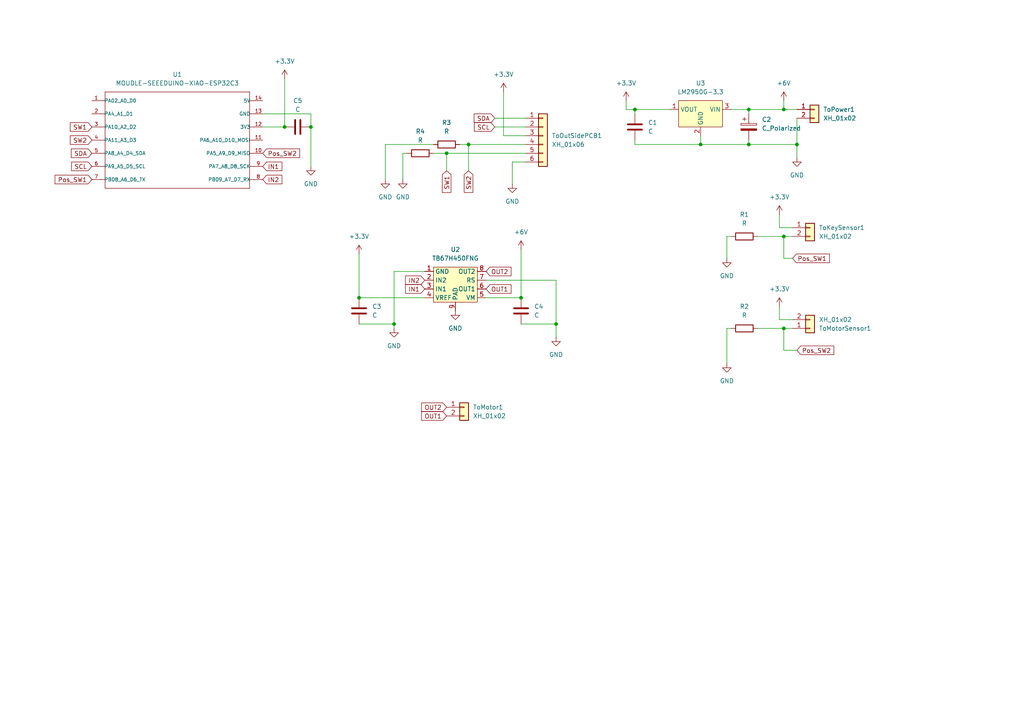
<source format=kicad_sch>
(kicad_sch (version 20230121) (generator eeschema)
  (paper "A4")
  (lib_symbols
    (symbol "+3.3V_1" (power) (pin_numbers hide) (pin_names (offset 0) hide)
      (property "Value" "+3.3V_1" (at 0 3.556 0))
      (symbol "+3.3V_1_0_1"
        (polyline (pts (xy -0.762 1.27) (xy 0 2.54)))
        (polyline (pts (xy 0 0) (xy 0 2.54)))
        (polyline (pts (xy 0 2.54) (xy 0.762 1.27)))
      )
      (symbol "+3.3V_1_1_1"
        (pin power_in line (at 0 0 90) (length 0) hide (name "+3.3V") (number "1"))
      )
    )
    (symbol "Connector_Generic:Conn_01x02" (pin_names (offset 1.016) hide)
      (property "Reference" "J" (at 0 2.54 0))
      (property "Value" "Conn_01x02" (at 0 -5.08 0))
      (symbol "Conn_01x02_1_1"
        (rectangle (start -1.27 -2.413) (end 0 -2.667) (stroke (width 0.1524)))
        (rectangle (start -1.27 0.127) (end 0 -0.127) (stroke (width 0.1524)))
        (rectangle (start -1.27 1.27) (end 1.27 -3.81) (stroke (width 0.254)) (fill (type background)))
        (pin passive line (at -5.08 0 0) (length 3.81) (name "Pin_1") (number "1"))
        (pin passive line (at -5.08 -2.54 0) (length 3.81) (name "Pin_2") (number "2"))
      )
    )
    (symbol "Connector_Generic:Conn_01x06" (pin_names (offset 1.016) hide)
      (property "Reference" "J" (at 0 7.62 0))
      (property "Value" "Conn_01x06" (at 0 -10.16 0))
      (symbol "Conn_01x06_1_1"
        (rectangle (start -1.27 -7.493) (end 0 -7.747) (stroke (width 0.1524)))
        (rectangle (start -1.27 -4.953) (end 0 -5.207) (stroke (width 0.1524)))
        (rectangle (start -1.27 -2.413) (end 0 -2.667) (stroke (width 0.1524)))
        (rectangle (start -1.27 0.127) (end 0 -0.127) (stroke (width 0.1524)))
        (rectangle (start -1.27 2.667) (end 0 2.413) (stroke (width 0.1524)))
        (rectangle (start -1.27 5.207) (end 0 4.953) (stroke (width 0.1524)))
        (rectangle (start -1.27 6.35) (end 1.27 -8.89) (stroke (width 0.254)) (fill (type background)))
        (pin passive line (at -5.08 5.08 0) (length 3.81) (name "Pin_1") (number "1"))
        (pin passive line (at -5.08 2.54 0) (length 3.81) (name "Pin_2") (number "2"))
        (pin passive line (at -5.08 0 0) (length 3.81) (name "Pin_3") (number "3"))
        (pin passive line (at -5.08 -2.54 0) (length 3.81) (name "Pin_4") (number "4"))
        (pin passive line (at -5.08 -5.08 0) (length 3.81) (name "Pin_5") (number "5"))
        (pin passive line (at -5.08 -7.62 0) (length 3.81) (name "Pin_6") (number "6"))
      )
    )
    (symbol "Device:C" (pin_numbers hide) (pin_names (offset 0.254))
      (property "Reference" "C" (at 0.635 2.54 0))
      (property "Value" "C" (at 0.635 -2.54 0))
      (symbol "C_0_1"
        (polyline (pts (xy -2.032 -0.762) (xy 2.032 -0.762)) (stroke (width 0.508)))
        (polyline (pts (xy -2.032 0.762) (xy 2.032 0.762)) (stroke (width 0.508)))
      )
      (symbol "C_1_1"
        (pin passive line (at 0 3.81 270) (length 2.794) (name "~") (number "1"))
        (pin passive line (at 0 -3.81 90) (length 2.794) (name "~") (number "2"))
      )
    )
    (symbol "Device:C_Polarized" (pin_numbers hide) (pin_names (offset 0.254))
      (property "Reference" "C" (at 0.635 2.54 0))
      (property "Value" "C_Polarized" (at 0.635 -2.54 0))
      (symbol "C_Polarized_0_1"
        (rectangle (start -2.286 0.508) (end 2.286 1.016))
        (polyline (pts (xy -1.778 2.286) (xy -0.762 2.286)))
        (polyline (pts (xy -1.27 2.794) (xy -1.27 1.778)))
        (rectangle (start 2.286 -0.508) (end -2.286 -1.016) (fill (type outline)))
      )
      (symbol "C_Polarized_1_1"
        (pin passive line (at 0 3.81 270) (length 2.794) (name "~") (number "1"))
        (pin passive line (at 0 -3.81 90) (length 2.794) (name "~") (number "2"))
      )
    )
    (symbol "Device:R" (pin_numbers hide) (pin_names (offset 0))
      (property "Reference" "R" (at 2.032 0 90))
      (property "Value" "R" (at 0 0 90))
      (symbol "R_0_1"
        (rectangle (start -1.016 -2.54) (end 1.016 2.54) (stroke (width 0.254)))
      )
      (symbol "R_1_1"
        (pin passive line (at 0 3.81 270) (length 1.27) (name "~") (number "1"))
        (pin passive line (at 0 -3.81 90) (length 1.27) (name "~") (number "2"))
      )
    )
    (symbol "GND_1" (power) (pin_numbers hide) (pin_names (offset 0) hide)
      (property "Value" "GND_1" (at 0 -3.81 0))
      (symbol "GND_1_0_1"
        (polyline (pts (xy 0 0) (xy 0 -1.27) (xy 1.27 -1.27) (xy 0 -2.54) (xy -1.27 -1.27) (xy 0 -1.27)))
      )
      (symbol "GND_1_1_1"
        (pin power_in line (at 0 0 270) (length 0) hide (name "GND") (number "1"))
      )
    )
    (symbol "GND_2" (power) (pin_numbers hide) (pin_names (offset 0) hide)
      (property "Value" "GND_2" (at 0 -3.81 0))
      (symbol "GND_2_0_1"
        (polyline (pts (xy 0 0) (xy 0 -1.27) (xy 1.27 -1.27) (xy 0 -2.54) (xy -1.27 -1.27) (xy 0 -1.27)))
      )
      (symbol "GND_2_1_1"
        (pin power_in line (at 0 0 270) (length 0) hide (name "GND") (number "1"))
      )
    )
    (symbol "MOUDLE-SEEEDUINO-XIAO-ESP32C3:MOUDLE-SEEEDUINO-XIAO-ESP32C3" (pin_names (offset 1.016))
      (property "Reference" "U" (at -21.59 15.24 0))
      (property "Value" "MOUDLE-SEEEDUINO-XIAO-ESP32C3" (at -21.59 13.97 0))
      (symbol "MOUDLE-SEEEDUINO-XIAO-ESP32C3_0_0"
        (polyline (pts (xy -21.59 -13.97) (xy -21.59 0)) (stroke (width 0.1524)))
        (polyline (pts (xy -21.59 -11.43) (xy -22.86 -11.43)) (stroke (width 0.1524)))
        (polyline (pts (xy -21.59 -7.62) (xy -22.86 -7.62)) (stroke (width 0.1524)))
        (polyline (pts (xy -21.59 -3.81) (xy -22.86 -3.81)) (stroke (width 0.1524)))
        (polyline (pts (xy -21.59 0) (xy -22.86 0)) (stroke (width 0.1524)))
        (polyline (pts (xy -21.59 0) (xy -21.59 3.81)) (stroke (width 0.1524)))
        (polyline (pts (xy -21.59 3.81) (xy -22.86 3.81)) (stroke (width 0.1524)))
        (polyline (pts (xy -21.59 3.81) (xy -21.59 7.62)) (stroke (width 0.1524)))
        (polyline (pts (xy -21.59 7.62) (xy -22.86 7.62)) (stroke (width 0.1524)))
        (polyline (pts (xy -21.59 7.62) (xy -21.59 11.43)) (stroke (width 0.1524)))
        (polyline (pts (xy -21.59 11.43) (xy -22.86 11.43)) (stroke (width 0.1524)))
        (polyline (pts (xy -21.59 11.43) (xy -21.59 13.97)) (stroke (width 0.1524)))
        (polyline (pts (xy -21.59 13.97) (xy 20.32 13.97)) (stroke (width 0.1524)))
        (polyline (pts (xy 20.32 -13.97) (xy -21.59 -13.97)) (stroke (width 0.1524)))
        (polyline (pts (xy 20.32 3.81) (xy 20.32 -13.97)) (stroke (width 0.1524)))
        (polyline (pts (xy 20.32 7.62) (xy 20.32 3.81)) (stroke (width 0.1524)))
        (polyline (pts (xy 20.32 11.43) (xy 20.32 7.62)) (stroke (width 0.1524)))
        (polyline (pts (xy 20.32 13.97) (xy 20.32 11.43)) (stroke (width 0.1524)))
        (polyline (pts (xy 21.59 -11.43) (xy 20.32 -11.43)) (stroke (width 0.1524)))
        (polyline (pts (xy 21.59 -7.62) (xy 20.32 -7.62)) (stroke (width 0.1524)))
        (polyline (pts (xy 21.59 -3.81) (xy 20.32 -3.81)) (stroke (width 0.1524)))
        (polyline (pts (xy 21.59 0) (xy 20.32 0)) (stroke (width 0.1524)))
        (polyline (pts (xy 21.59 3.81) (xy 20.32 3.81)) (stroke (width 0.1524)))
        (polyline (pts (xy 21.59 7.62) (xy 20.32 7.62)) (stroke (width 0.1524)))
        (polyline (pts (xy 21.59 11.43) (xy 20.32 11.43)) (stroke (width 0.1524)))
        (pin bidirectional line (at -25.4 11.43 0) (length 2.54) (name "PA02_A0_D0") (number "1"))
        (pin bidirectional line (at 24.13 -3.81 180) (length 2.54) (name "PA5_A9_D9_MISO") (number "10"))
        (pin bidirectional line (at 24.13 0 180) (length 2.54) (name "PA6_A10_D10_MOSI") (number "11"))
        (pin bidirectional line (at 24.13 3.81 180) (length 2.54) (name "3V3") (number "12"))
        (pin bidirectional line (at 24.13 7.62 180) (length 2.54) (name "GND") (number "13"))
        (pin bidirectional line (at 24.13 11.43 180) (length 2.54) (name "5V") (number "14"))
        (pin bidirectional line (at -25.4 7.62 0) (length 2.54) (name "PA4_A1_D1") (number "2"))
        (pin bidirectional line (at -25.4 3.81 0) (length 2.54) (name "PA10_A2_D2") (number "3"))
        (pin bidirectional line (at -25.4 0 0) (length 2.54) (name "PA11_A3_D3") (number "4"))
        (pin bidirectional line (at -25.4 -3.81 0) (length 2.54) (name "PA8_A4_D4_SDA") (number "5"))
        (pin bidirectional line (at -25.4 -7.62 0) (length 2.54) (name "PA9_A5_D5_SCL") (number "6"))
        (pin bidirectional line (at -25.4 -11.43 0) (length 2.54) (name "PB08_A6_D6_TX") (number "7"))
        (pin bidirectional line (at 24.13 -11.43 180) (length 2.54) (name "PB09_A7_D7_RX") (number "8"))
        (pin bidirectional line (at 24.13 -7.62 180) (length 2.54) (name "PA7_A8_D8_SCK") (number "9"))
      )
    )
    (symbol "my_lib:LM2950G-3.3"
      (property "Reference" "U" (at -3.81 3.81 0))
      (property "Value" "LM2950G-3.3" (at 7.62 3.81 0))
      (symbol "LM2950G-3.3_1_1"
        (rectangle (start -6.35 2.54) (end 6.35 -5.08) (fill (type background)))
        (pin input line (at -8.89 0 0) (length 2.54) (name "VOUT") (number "1"))
        (pin input line (at 0 -7.62 90) (length 2.54) (name "GND") (number "2"))
        (pin input line (at 8.89 0 180) (length 2.54) (name "VIN") (number "3"))
      )
    )
    (symbol "my_lib:TB67H450FNG"
      (property "Reference" "U" (at 0 3.81 0))
      (property "Value" "TB67H450FNG" (at 0 6.35 0))
      (symbol "TB67H450FNG_1_1"
        (rectangle (start -6.35 2.54) (end 6.35 -7.62) (fill (type background)))
        (pin input line (at -8.89 1.27 0) (length 2.54) (name "GND") (number "1"))
        (pin input line (at -8.89 -1.27 0) (length 2.54) (name "IN2") (number "2"))
        (pin input line (at -8.89 -3.81 0) (length 2.54) (name "IN1") (number "3"))
        (pin input line (at -8.89 -6.35 0) (length 2.54) (name "VREF") (number "4"))
        (pin input line (at 8.89 -6.35 180) (length 2.54) (name "VM") (number "5"))
        (pin input line (at 8.89 -3.81 180) (length 2.54) (name "OUT1") (number "6"))
        (pin input line (at 8.89 -1.27 180) (length 2.54) (name "RS") (number "7"))
        (pin input line (at 8.89 1.27 180) (length 2.54) (name "OUT2") (number "8"))
        (pin input line (at 0 -10.16 90) (length 2.54) (name "PAD") (number "9"))
      )
    )
    (symbol "power:+3.3V" (power) (pin_names (offset 0))
      (property "Value" "+3.3V" (at 0 3.556 0))
      (symbol "+3.3V_0_1"
        (polyline (pts (xy -0.762 1.27) (xy 0 2.54)))
        (polyline (pts (xy 0 0) (xy 0 2.54)))
        (polyline (pts (xy 0 2.54) (xy 0.762 1.27)))
      )
      (symbol "+3.3V_1_1"
        (pin power_in line (at 0 0 90) (length 0) hide (name "+3.3V") (number "1"))
      )
    )
    (symbol "power:+6V" (power) (pin_names (offset 0))
      (property "Value" "+6V" (at 0 3.556 0))
      (symbol "+6V_0_1"
        (polyline (pts (xy -0.762 1.27) (xy 0 2.54)))
        (polyline (pts (xy 0 0) (xy 0 2.54)))
        (polyline (pts (xy 0 2.54) (xy 0.762 1.27)))
      )
      (symbol "+6V_1_1"
        (pin power_in line (at 0 0 90) (length 0) hide (name "+6V") (number "1"))
      )
    )
    (symbol "power:GND" (power) (pin_names (offset 0))
      (property "Value" "GND" (at 0 -3.81 0))
      (symbol "GND_0_1"
        (polyline (pts (xy 0 0) (xy 0 -1.27) (xy 1.27 -1.27) (xy 0 -2.54) (xy -1.27 -1.27) (xy 0 -1.27)))
      )
      (symbol "GND_1_1"
        (pin power_in line (at 0 0 270) (length 0) hide (name "GND") (number "1"))
      )
    )
  )
  (junction (at 90.17 36.83))
  (junction (at 104.14 86.36))
  (junction (at 217.17 31.75))
  (junction (at 82.55 36.83))
  (junction (at 227.33 68.58))
  (junction (at 184.15 31.75))
  (junction (at 231.14 41.91))
  (junction (at 151.13 86.36))
  (junction (at 129.54 44.45))
  (junction (at 203.2 41.91))
  (junction (at 227.33 95.25))
  (junction (at 161.29 93.98))
  (junction (at 227.33 31.75))
  (junction (at 114.3 93.98))
  (junction (at 217.17 41.91))
  (junction (at 135.89 41.91))
  (wire (pts (xy 116.84 44.45) (xy 116.84 52.07)))
  (wire (pts (xy 227.33 95.25) (xy 229.87 95.25)))
  (wire (pts (xy 140.97 81.28) (xy 161.29 81.28)))
  (wire (pts (xy 118.11 44.45) (xy 116.84 44.45)))
  (wire (pts (xy 148.59 53.34) (xy 148.59 46.99)))
  (wire (pts (xy 219.71 95.25) (xy 227.33 95.25)))
  (wire (pts (xy 227.33 74.93) (xy 227.33 68.58)))
  (wire (pts (xy 227.33 101.6) (xy 227.33 95.25)))
  (wire (pts (xy 181.61 29.21) (xy 181.61 31.75)))
  (wire (pts (xy 114.3 78.74) (xy 123.19 78.74)))
  (wire (pts (xy 129.54 44.45) (xy 152.4 44.45)))
  (wire (pts (xy 229.87 92.71) (xy 226.06 92.71)))
  (wire (pts (xy 227.33 31.75) (xy 231.14 31.75)))
  (wire (pts (xy 212.09 95.25) (xy 210.82 95.25)))
  (wire (pts (xy 161.29 93.98) (xy 161.29 97.79)))
  (wire (pts (xy 217.17 31.75) (xy 227.33 31.75)))
  (wire (pts (xy 133.35 41.91) (xy 135.89 41.91)))
  (wire (pts (xy 90.17 33.02) (xy 76.2 33.02)))
  (wire (pts (xy 111.76 41.91) (xy 111.76 52.07)))
  (wire (pts (xy 104.14 93.98) (xy 114.3 93.98)))
  (wire (pts (xy 125.73 41.91) (xy 111.76 41.91)))
  (wire (pts (xy 203.2 41.91) (xy 203.2 39.37)))
  (wire (pts (xy 104.14 86.36) (xy 123.19 86.36)))
  (wire (pts (xy 184.15 31.75) (xy 194.31 31.75)))
  (wire (pts (xy 231.14 45.72) (xy 231.14 41.91)))
  (wire (pts (xy 114.3 93.98) (xy 114.3 78.74)))
  (wire (pts (xy 229.87 66.04) (xy 226.06 66.04)))
  (wire (pts (xy 82.55 36.83) (xy 82.55 22.86)))
  (wire (pts (xy 90.17 36.83) (xy 90.17 33.02)))
  (wire (pts (xy 203.2 41.91) (xy 217.17 41.91)))
  (wire (pts (xy 146.05 26.67) (xy 146.05 39.37)))
  (wire (pts (xy 161.29 81.28) (xy 161.29 93.98)))
  (wire (pts (xy 151.13 86.36) (xy 140.97 86.36)))
  (wire (pts (xy 143.51 36.83) (xy 152.4 36.83)))
  (wire (pts (xy 104.14 73.66) (xy 104.14 86.36)))
  (wire (pts (xy 146.05 39.37) (xy 152.4 39.37)))
  (wire (pts (xy 135.89 41.91) (xy 135.89 49.53)))
  (wire (pts (xy 129.54 44.45) (xy 129.54 49.53)))
  (wire (pts (xy 181.61 31.75) (xy 184.15 31.75)))
  (wire (pts (xy 210.82 68.58) (xy 210.82 74.93)))
  (wire (pts (xy 226.06 92.71) (xy 226.06 88.9)))
  (wire (pts (xy 90.17 48.26) (xy 90.17 36.83)))
  (wire (pts (xy 143.51 34.29) (xy 152.4 34.29)))
  (wire (pts (xy 229.87 74.93) (xy 227.33 74.93)))
  (wire (pts (xy 212.09 31.75) (xy 217.17 31.75)))
  (wire (pts (xy 231.14 34.29) (xy 231.14 41.91)))
  (wire (pts (xy 217.17 33.02) (xy 217.17 31.75)))
  (wire (pts (xy 226.06 66.04) (xy 226.06 62.23)))
  (wire (pts (xy 76.2 36.83) (xy 82.55 36.83)))
  (wire (pts (xy 212.09 68.58) (xy 210.82 68.58)))
  (wire (pts (xy 184.15 41.91) (xy 184.15 40.64)))
  (wire (pts (xy 219.71 68.58) (xy 227.33 68.58)))
  (wire (pts (xy 231.14 101.6) (xy 227.33 101.6)))
  (wire (pts (xy 210.82 95.25) (xy 210.82 105.41)))
  (wire (pts (xy 125.73 44.45) (xy 129.54 44.45)))
  (wire (pts (xy 151.13 72.39) (xy 151.13 86.36)))
  (wire (pts (xy 227.33 68.58) (xy 229.87 68.58)))
  (wire (pts (xy 227.33 29.21) (xy 227.33 31.75)))
  (wire (pts (xy 151.13 93.98) (xy 161.29 93.98)))
  (wire (pts (xy 184.15 33.02) (xy 184.15 31.75)))
  (wire (pts (xy 148.59 46.99) (xy 152.4 46.99)))
  (wire (pts (xy 135.89 41.91) (xy 152.4 41.91)))
  (wire (pts (xy 184.15 41.91) (xy 203.2 41.91)))
  (wire (pts (xy 217.17 41.91) (xy 231.14 41.91)))
  (wire (pts (xy 114.3 95.25) (xy 114.3 93.98)))
  (wire (pts (xy 217.17 41.91) (xy 217.17 40.64)))
  (global_label "IN1" (shape input) (at 76.2 48.26 0) (property "Intersheetrefs" "${INTERSHEET_REFS}" (effects hide)))
  (global_label "IN1" (shape input) (at 123.19 83.82 180) (property "Intersheetrefs" "${INTERSHEET_REFS}" (effects hide)))
  (global_label "OUT2" (shape input) (at 140.97 78.74 0) (property "Intersheetrefs" "${INTERSHEET_REFS}" (effects hide)))
  (global_label "SW2" (shape input) (at 26.67 40.64 180) (property "Intersheetrefs" "${INTERSHEET_REFS}" (effects hide)))
  (global_label "Pos_SW1" (shape input) (at 26.67 52.07 180) (property "Intersheetrefs" "${INTERSHEET_REFS}" (effects hide)))
  (global_label "SCL" (shape input) (at 143.51 36.83 180) (property "Intersheetrefs" "${INTERSHEET_REFS}" (effects hide)))
  (global_label "OUT1" (shape input) (at 129.54 120.65 180) (property "Intersheetrefs" "${INTERSHEET_REFS}" (effects hide)))
  (global_label "SCL" (shape input) (at 26.67 48.26 180) (property "Intersheetrefs" "${INTERSHEET_REFS}" (effects hide)))
  (global_label "SW1" (shape input) (at 26.67 36.83 180) (property "Intersheetrefs" "${INTERSHEET_REFS}" (effects hide)))
  (global_label "OUT1" (shape input) (at 140.97 83.82 0) (property "Intersheetrefs" "${INTERSHEET_REFS}" (effects hide)))
  (global_label "SDA" (shape input) (at 143.51 34.29 180) (property "Intersheetrefs" "${INTERSHEET_REFS}" (effects hide)))
  (global_label "IN2" (shape input) (at 76.2 52.07 0) (property "Intersheetrefs" "${INTERSHEET_REFS}" (effects hide)))
  (global_label "IN2" (shape input) (at 123.19 81.28 180) (property "Intersheetrefs" "${INTERSHEET_REFS}" (effects hide)))
  (global_label "Pos_SW2" (shape input) (at 76.2 44.45 0) (property "Intersheetrefs" "${INTERSHEET_REFS}" (effects hide)))
  (global_label "Pos_SW1" (shape input) (at 229.87 74.93 0) (property "Intersheetrefs" "${INTERSHEET_REFS}" (effects hide)))
  (global_label "Pos_SW2" (shape input) (at 231.14 101.6 0) (property "Intersheetrefs" "${INTERSHEET_REFS}" (effects hide)))
  (global_label "SW1" (shape input) (at 129.54 49.53 270) (property "Intersheetrefs" "${INTERSHEET_REFS}" (effects hide)))
  (global_label "SDA" (shape input) (at 26.67 44.45 180) (property "Intersheetrefs" "${INTERSHEET_REFS}" (effects hide)))
  (global_label "SW2" (shape input) (at 135.89 49.53 270) (property "Intersheetrefs" "${INTERSHEET_REFS}" (effects hide)))
  (global_label "OUT2" (shape input) (at 129.54 118.11 180) (property "Intersheetrefs" "${INTERSHEET_REFS}" (effects hide)))
  (symbol (lib_id "Device:R") (at 129.54 41.91 90) (unit 1)
    (property "Reference" "R3" (at 129.54 35.56 90))
    (property "Value" "R" (at 129.54 38.1 90))
    (property "Footprint" "Resistor_SMD:R_0603_1608Metric_Pad0.98x0.95mm_HandSolder" (effects hide))
  )
  (symbol (lib_id "power:GND") (at 210.82 105.41 0) (unit 1)
    (property "Reference" "#PWR09" (effects hide))
    (property "Value" "GND" (at 210.82 110.49 0))
  )
  (symbol (lib_id "MOUDLE-SEEEDUINO-XIAO-ESP32C3:MOUDLE-SEEEDUINO-XIAO-ESP32C3") (at 52.07 40.64 0) (unit 1)
    (property "Reference" "U1" (at 51.435 21.59 0))
    (property "Value" "MOUDLE-SEEEDUINO-XIAO-ESP32C3" (at 51.435 24.13 0))
    (property "Footprint" "xiao ESP32C3_PCB:MOUDLE14P-SMD-2.54-21X17.8MM" (effects hide))
  )
  (symbol (lib_id "power:GND") (at 132.08 90.17 0) (unit 1)
    (property "Reference" "#PWR018" (effects hide))
    (property "Value" "GND" (at 132.08 95.25 0))
  )
  (symbol (lib_name "+3.3V_1") (lib_id "power:+3.3V") (at 181.61 29.21 0) (unit 1)
    (property "Reference" "#PWR04" (effects hide))
    (property "Value" "+3.3V" (at 181.61 24.13 0))
  )
  (symbol (lib_id "power:GND") (at 90.17 48.26 0) (unit 1)
    (property "Reference" "#PWR017" (effects hide))
    (property "Value" "GND" (at 90.17 53.34 0))
  )
  (symbol (lib_id "Device:C_Polarized") (at 217.17 36.83 0) (unit 1)
    (property "Reference" "C2" (at 220.98 34.671 0) (effects (justify left)))
    (property "Value" "C_Polarized" (at 220.98 37.211 0) (effects (justify left)))
    (property "Footprint" "Capacitor_THT:CP_Radial_D5.0mm_P2.50mm" (effects hide))
  )
  (symbol (lib_id "Connector_Generic:Conn_01x02") (at 236.22 31.75 0) (unit 1)
    (property "Reference" "ToPower1" (at 238.76 31.75 0) (effects (justify left)))
    (property "Value" "XH_01x02" (at 238.76 34.29 0) (effects (justify left)))
    (property "Footprint" "Connector_JST:JST_XH_S2B-XH-A_1x02_P2.50mm_Horizontal" (effects hide))
  )
  (symbol (lib_name "GND_1") (lib_id "power:GND") (at 161.29 97.79 0) (unit 1)
    (property "Reference" "#PWR014" (effects hide))
    (property "Value" "GND" (at 161.29 102.87 0))
  )
  (symbol (lib_id "Device:R") (at 215.9 68.58 90) (unit 1)
    (property "Reference" "R1" (at 215.9 62.23 90))
    (property "Value" "R" (at 215.9 64.77 90))
    (property "Footprint" "Resistor_SMD:R_0603_1608Metric_Pad0.98x0.95mm_HandSolder" (effects hide))
  )
  (symbol (lib_id "power:GND") (at 231.14 45.72 0) (unit 1)
    (property "Reference" "#PWR02" (effects hide))
    (property "Value" "GND" (at 231.14 50.8 0))
  )
  (symbol (lib_id "Connector_Generic:Conn_01x02") (at 234.95 66.04 0) (unit 1)
    (property "Reference" "ToKeySensor1" (at 237.49 66.04 0) (effects (justify left)))
    (property "Value" "XH_01x02" (at 237.49 68.58 0) (effects (justify left)))
    (property "Footprint" "Connector_JST:JST_XH_S2B-XH-A_1x02_P2.50mm_Horizontal" (effects hide))
  )
  (symbol (lib_id "power:GND") (at 116.84 52.07 0) (unit 1)
    (property "Reference" "#PWR012" (effects hide))
    (property "Value" "GND" (at 116.84 57.15 0))
  )
  (symbol (lib_id "Connector_Generic:Conn_01x06") (at 157.48 39.37 0) (unit 1)
    (property "Reference" "ToOutSidePCB1" (at 160.02 39.37 0) (effects (justify left)))
    (property "Value" "XH_01x06" (at 160.02 41.91 0) (effects (justify left)))
    (property "Footprint" "Connector_JST:JST_XH_S6B-XH-A_1x06_P2.50mm_Horizontal" (effects hide))
  )
  (symbol (lib_id "Device:C") (at 184.15 36.83 180) (unit 1)
    (property "Reference" "C1" (at 187.96 35.56 0) (effects (justify right)))
    (property "Value" "C" (at 187.96 38.1 0) (effects (justify right)))
    (property "Footprint" "Capacitor_Tantalum_SMD:CP_EIA-1608-10_AVX-L_Pad1.25x1.05mm_HandSolder" (effects hide))
  )
  (symbol (lib_id "power:+6V") (at 151.13 72.39 0) (unit 1)
    (property "Reference" "#PWR016" (effects hide))
    (property "Value" "+6V" (at 151.13 67.31 0))
  )
  (symbol (lib_id "Device:R") (at 215.9 95.25 90) (unit 1)
    (property "Reference" "R2" (at 215.9 88.9 90))
    (property "Value" "R" (at 215.9 91.44 90))
    (property "Footprint" "Resistor_SMD:R_0603_1608Metric_Pad0.98x0.95mm_HandSolder" (effects hide))
  )
  (symbol (lib_id "power:+3.3V") (at 104.14 73.66 0) (unit 1)
    (property "Reference" "#PWR013" (effects hide))
    (property "Value" "+3.3V" (at 104.14 68.58 0))
  )
  (symbol (lib_id "Device:C") (at 104.14 90.17 180) (unit 1)
    (property "Reference" "C3" (at 107.95 88.9 0) (effects (justify right)))
    (property "Value" "C" (at 107.95 91.44 0) (effects (justify right)))
    (property "Footprint" "Capacitor_Tantalum_SMD:CP_EIA-1608-10_AVX-L_Pad1.25x1.05mm_HandSolder" (effects hide))
  )
  (symbol (lib_id "power:+3.3V") (at 226.06 62.23 0) (unit 1)
    (property "Reference" "#PWR05" (effects hide))
    (property "Value" "+3.3V" (at 226.06 57.15 0))
  )
  (symbol (lib_id "power:+3.3V") (at 146.05 26.67 0) (unit 1)
    (property "Reference" "#PWR07" (effects hide))
    (property "Value" "+3.3V" (at 146.05 21.59 0))
  )
  (symbol (lib_id "power:+6V") (at 227.33 29.21 0) (unit 1)
    (property "Reference" "#PWR01" (effects hide))
    (property "Value" "+6V" (at 227.33 24.13 0))
  )
  (symbol (lib_id "Connector_Generic:Conn_01x02") (at 234.95 95.25 0) (mirror x) (unit 1)
    (property "Reference" "ToMotorSensor1" (at 237.49 95.25 0) (effects (justify left)))
    (property "Value" "XH_01x02" (at 237.49 92.71 0) (effects (justify left)))
    (property "Footprint" "Connector_JST:JST_XH_S2B-XH-A_1x02_P2.50mm_Horizontal" (effects hide))
  )
  (symbol (lib_name "GND_2") (lib_id "power:GND") (at 114.3 95.25 0) (unit 1)
    (property "Reference" "#PWR015" (effects hide))
    (property "Value" "GND" (at 114.3 100.33 0))
  )
  (symbol (lib_id "Device:C") (at 86.36 36.83 270) (unit 1)
    (property "Reference" "C5" (at 86.36 29.21 90))
    (property "Value" "C" (at 86.36 31.75 90))
    (property "Footprint" "Capacitor_Tantalum_SMD:CP_EIA-1608-10_AVX-L_Pad1.25x1.05mm_HandSolder" (effects hide))
  )
  (symbol (lib_id "power:GND") (at 148.59 53.34 0) (unit 1)
    (property "Reference" "#PWR010" (effects hide))
    (property "Value" "GND" (at 148.59 58.42 0))
  )
  (symbol (lib_id "power:+3.3V") (at 82.55 22.86 0) (unit 1)
    (property "Reference" "#PWR03" (effects hide))
    (property "Value" "+3.3V" (at 82.55 17.78 0))
  )
  (symbol (lib_id "power:GND") (at 210.82 74.93 0) (unit 1)
    (property "Reference" "#PWR08" (effects hide))
    (property "Value" "GND" (at 210.82 80.01 0))
  )
  (symbol (lib_id "power:GND") (at 111.76 52.07 0) (unit 1)
    (property "Reference" "#PWR011" (effects hide))
    (property "Value" "GND" (at 111.76 57.15 0))
  )
  (symbol (lib_id "Device:C") (at 151.13 90.17 180) (unit 1)
    (property "Reference" "C4" (at 154.94 88.9 0) (effects (justify right)))
    (property "Value" "C" (at 154.94 91.44 0) (effects (justify right)))
    (property "Footprint" "Capacitor_Tantalum_SMD:CP_EIA-1608-10_AVX-L_Pad1.25x1.05mm_HandSolder" (effects hide))
  )
  (symbol (lib_id "Connector_Generic:Conn_01x02") (at 134.62 118.11 0) (unit 1)
    (property "Reference" "ToMotor1" (at 137.16 118.11 0) (effects (justify left)))
    (property "Value" "XH_01x02" (at 137.16 120.65 0) (effects (justify left)))
    (property "Footprint" "Connector_JST:JST_XH_S2B-XH-A_1x02_P2.50mm_Horizontal" (effects hide))
  )
  (symbol (lib_id "Device:R") (at 121.92 44.45 270) (unit 1)
    (property "Reference" "R4" (at 121.92 38.1 90))
    (property "Value" "R" (at 121.92 40.64 90))
    (property "Footprint" "Resistor_SMD:R_0603_1608Metric_Pad0.98x0.95mm_HandSolder" (effects hide))
  )
  (symbol (lib_id "my_lib:TB67H450FNG") (at 132.08 80.01 0) (unit 1)
    (property "Reference" "U2" (at 132.08 72.39 0))
    (property "Value" "TB67H450FNG" (at 132.08 74.93 0))
    (property "Footprint" "Package_SO:HSOP-8-1EP_3.9x4.9mm_P1.27mm_EP2.3x2.3mm_ThermalVias" (effects hide))
    (property "Datasheet" "https://akizukidenshi.com/download/ds/Toshiba/TB67H450FNG_datasheet_ja_20190401.pdf" (effects hide))
  )
  (symbol (lib_id "power:+3.3V") (at 226.06 88.9 0) (unit 1)
    (property "Reference" "#PWR06" (effects hide))
    (property "Value" "+3.3V" (at 226.06 83.82 0))
  )
  (symbol (lib_id "my_lib:LM2950G-3.3") (at 203.2 31.75 0) (unit 1)
    (property "Reference" "U3" (at 203.2 24.13 0))
    (property "Value" "LM2950G-3.3" (at 203.2 26.67 0))
    (property "Footprint" "Package_TO_SOT_THT:TO-92_Inline" (effects hide))
  )
)
</source>
